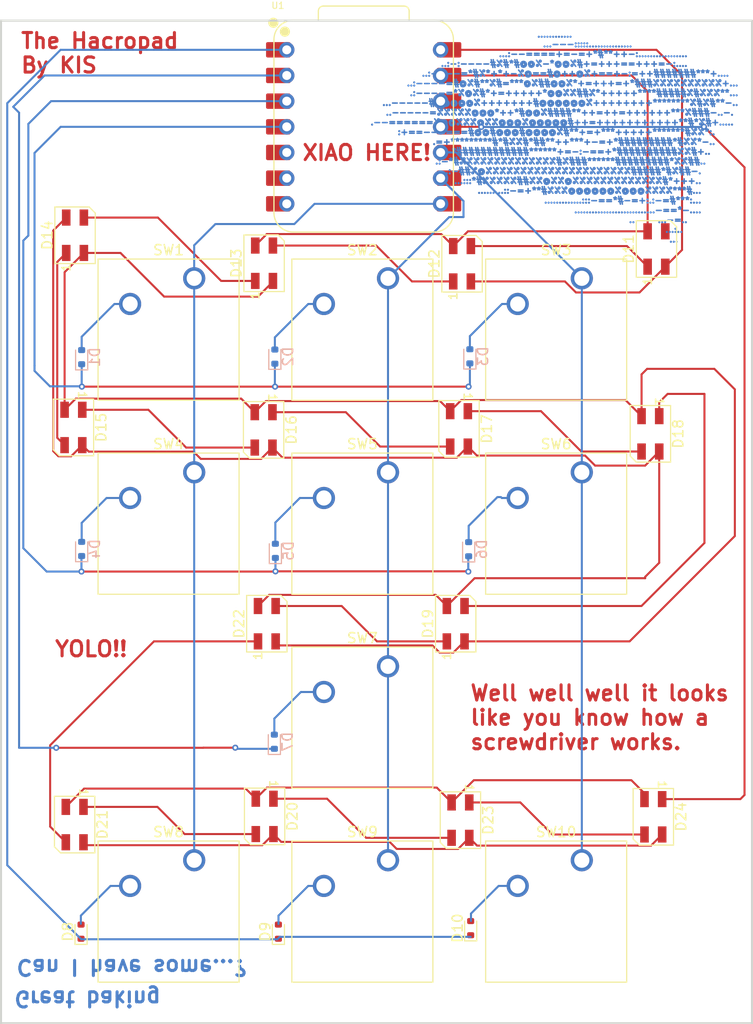
<source format=kicad_pcb>
(kicad_pcb (version 20241229) (generator "pcbnew") (generator_version "9.0")
  (layers (0 "F.Cu" signal) (2 "B.Cu" signal) (13 "F.Paste" user) (15 "B.Paste" user) (5 "F.SilkS" user "F.Silkscreen") (7 "B.SilkS" user "B.Silkscreen") (1 "F.Mask" user) (3 "B.Mask" user) (25 "Edge.Cuts" user))
  (net 0 "")
  (net 1 "Row1")
  (net 2 "Net-(D1-A)")
  (net 3 "Net-(D2-A)")
  (net 4 "Net-(D3-A)")
  (net 5 "Net-(D4-A)")
  (net 6 "Row2")
  (net 7 "Net-(D5-A)")
  (net 8 "Net-(D6-A)")
  (net 9 "Row3")
  (net 10 "Net-(D7-A)")
  (net 11 "Net-(D8-A)")
  (net 12 "Row4")
  (net 13 "Net-(D9-A)")
  (net 14 "Net-(D10-A)")
  (net 15 "col1")
  (net 16 "COL2")
  (net 17 "Col3")
  (net 22 "fIVER")
  (net 23 "Floor")
  (net 25 "Net-(D11-DOUT)")
  (net 26 "Net-(D12-DOUT)")
  (net 27 "Net-(D13-DOUT)")
  (net 28 "Net-(D14-DOUT)")
  (net 29 "Net-(D15-DOUT)")
  (net 30 "Net-(D16-DOUT)")
  (net 31 "Net-(D17-DOUT)")
  (net 32 "Net-(D18-DOUT)")
  (net 33 "Net-(D19-DOUT)")
  (net 34 "Net-(D20-DIN)")
  (net 35 "Net-(D20-DOUT)")
  (net 36 "Net-(D21-DIN)")
  (net 37 "Net-(D23-DOUT)")
  (net 38 "Net-(D24-DOUT)")
  (footprint "LED_SMD:LED_SK6812MINI_PLCC4_3.5x3.5mm_P1.75mm" (layer "F.Cu") (at 137.595 47.59 90)
    (property "Reference" "D13" (at 0 -2.75 90) (layer "F.SilkS"))
    (property "Value" "SK6812MINI")
    (fp_text user "1" (at -3.2 -0.875 90) (layer "F.SilkS") (effects (font (size 0.8 0.8))))
    (pad "1" smd rect (at -1.75 -0.875 90) (size 1.6 0.85) (layers "F.Cu" "F.Mask" "F.Paste") (net 27 "Net-(D13-DOUT)"))
    (pad "2" smd rect (at -1.75 0.875 90) (size 1.6 0.85) (layers "F.Cu" "F.Mask" "F.Paste") (net 22 "fIVER"))
    (pad "3" smd rect (at 1.75 0.875 90) (size 1.6 0.85) (layers "F.Cu" "F.Mask" "F.Paste") (net 26 "Net-(D12-DOUT)"))
    (pad "4" smd rect (at 1.75 -0.875 90) (size 1.6 0.85) (layers "F.Cu" "F.Mask" "F.Paste") (net 23 "Floor"))
  )
  (footprint "Button_Switch_Keyboard:SW_Cherry_MX_1.00u_PCB" (layer "F.Cu") (at 169.07 106.67)
    (property "Reference" "SW10" (at -2.54 -2.794 0) (layer "F.SilkS"))
    (property "Value" "SW_Push")
    (pad "" np_thru_hole circle (at -7.62 5.08) (size 1.7 1.7) (drill 1.7) (layers "*.Cu" "*.Mask"))
    (pad "" np_thru_hole circle (at -2.54 5.08) (size 4 4) (drill 4) (layers "*.Cu" "*.Mask"))
    (pad "" np_thru_hole circle (at 2.54 5.08) (size 1.7 1.7) (drill 1.7) (layers "*.Cu" "*.Mask"))
    (pad "1" thru_hole circle (at 0 0) (size 2.2 2.2) (drill 1.5) (layers "*.Cu" "*.Mask") (net 17 "Col3"))
    (pad "2" thru_hole circle (at -6.35 2.54) (size 2.2 2.2) (drill 1.5) (layers "*.Cu" "*.Mask") (net 14 "Net-(D10-A)"))
  )
  (footprint "Button_Switch_Keyboard:SW_Cherry_MX_1.00u_PCB" (layer "F.Cu") (at 130.67 106.67)
    (property "Reference" "SW8" (at -2.54 -2.794 0) (layer "F.SilkS"))
    (property "Value" "SW_Push")
    (pad "" np_thru_hole circle (at -7.62 5.08) (size 1.7 1.7) (drill 1.7) (layers "*.Cu" "*.Mask"))
    (pad "" np_thru_hole circle (at -2.54 5.08) (size 4 4) (drill 4) (layers "*.Cu" "*.Mask"))
    (pad "" np_thru_hole circle (at 2.54 5.08) (size 1.7 1.7) (drill 1.7) (layers "*.Cu" "*.Mask"))
    (pad "1" thru_hole circle (at 0 0) (size 2.2 2.2) (drill 1.5) (layers "*.Cu" "*.Mask") (net 15 "col1"))
    (pad "2" thru_hole circle (at -6.35 2.54) (size 2.2 2.2) (drill 1.5) (layers "*.Cu" "*.Mask") (net 11 "Net-(D8-A)"))
  )
  (footprint "Button_Switch_Keyboard:SW_Cherry_MX_1.00u_PCB" (layer "F.Cu") (at 169.07 68.28)
    (property "Reference" "SW6" (at -2.54 -2.794 0) (layer "F.SilkS"))
    (property "Value" "SW_Push")
    (pad "" np_thru_hole circle (at -7.62 5.08) (size 1.7 1.7) (drill 1.7) (layers "*.Cu" "*.Mask"))
    (pad "" np_thru_hole circle (at -2.54 5.08) (size 4 4) (drill 4) (layers "*.Cu" "*.Mask"))
    (pad "" np_thru_hole circle (at 2.54 5.08) (size 1.7 1.7) (drill 1.7) (layers "*.Cu" "*.Mask"))
    (pad "1" thru_hole circle (at 0 0) (size 2.2 2.2) (drill 1.5) (layers "*.Cu" "*.Mask") (net 17 "Col3"))
    (pad "2" thru_hole circle (at -6.35 2.54) (size 2.2 2.2) (drill 1.5) (layers "*.Cu" "*.Mask") (net 8 "Net-(D6-A)"))
  )
  (footprint "Diode_SMD:D_SOD-523" (layer "F.Cu") (at 119.46 113.7375 90)
    (property "Reference" "D8" (at 0 -1.3 90) (layer "F.SilkS"))
    (property "Value" "1N4148WT")
    (pad "1" smd roundrect (at -0.7 0 270) (size 0.6 0.7) (layers "F.Cu" "F.Mask" "F.Paste") (net 12 "Row4"))
    (pad "2" smd roundrect (at 0.7 0 270) (size 0.6 0.7) (layers "F.Cu" "F.Mask" "F.Paste") (net 11 "Net-(D8-A)"))
  )
  (footprint "Diode_SMD:D_SOD-523" (layer "F.Cu") (at 158.06 113.39 90)
    (property "Reference" "D10" (at 0 -1.3 90) (layer "F.SilkS"))
    (property "Value" "1N4148WT")
    (pad "1" smd roundrect (at -0.7 0 270) (size 0.6 0.7) (layers "F.Cu" "F.Mask" "F.Paste") (net 12 "Row4"))
    (pad "2" smd roundrect (at 0.7 0 270) (size 0.6 0.7) (layers "F.Cu" "F.Mask" "F.Paste") (net 14 "Net-(D10-A)"))
  )
  (footprint "Button_Switch_Keyboard:SW_Cherry_MX_1.00u_PCB" (layer "F.Cu") (at 130.67 49.08)
    (property "Reference" "SW1" (at -2.54 -2.794 0) (layer "F.SilkS"))
    (property "Value" "SW_Push")
    (pad "" np_thru_hole circle (at -7.62 5.08) (size 1.7 1.7) (drill 1.7) (layers "*.Cu" "*.Mask"))
    (pad "" np_thru_hole circle (at -2.54 5.08) (size 4 4) (drill 4) (layers "*.Cu" "*.Mask"))
    (pad "" np_thru_hole circle (at 2.54 5.08) (size 1.7 1.7) (drill 1.7) (layers "*.Cu" "*.Mask"))
    (pad "1" thru_hole circle (at 0 0) (size 2.2 2.2) (drill 1.5) (layers "*.Cu" "*.Mask") (net 15 "col1"))
    (pad "2" thru_hole circle (at -6.35 2.54) (size 2.2 2.2) (drill 1.5) (layers "*.Cu" "*.Mask") (net 2 "Net-(D1-A)"))
  )
  (footprint "Button_Switch_Keyboard:SW_Cherry_MX_1.00u_PCB" (layer "F.Cu") (at 149.87 106.67)
    (property "Reference" "SW9" (at -2.54 -2.794 0) (layer "F.SilkS"))
    (property "Value" "SW_Push")
    (pad "" np_thru_hole circle (at -7.62 5.08) (size 1.7 1.7) (drill 1.7) (layers "*.Cu" "*.Mask"))
    (pad "" np_thru_hole circle (at -2.54 5.08) (size 4 4) (drill 4) (layers "*.Cu" "*.Mask"))
    (pad "" np_thru_hole circle (at 2.54 5.08) (size 1.7 1.7) (drill 1.7) (layers "*.Cu" "*.Mask"))
    (pad "1" thru_hole circle (at 0 0) (size 2.2 2.2) (drill 1.5) (layers "*.Cu" "*.Mask") (net 16 "COL2"))
    (pad "2" thru_hole circle (at -6.35 2.54) (size 2.2 2.2) (drill 1.5) (layers "*.Cu" "*.Mask") (net 13 "Net-(D9-A)"))
  )
  (footprint "LED_SMD:LED_SK6812MINI_PLCC4_3.5x3.5mm_P1.75mm" (layer "F.Cu") (at 176.465 46.18 90)
    (property "Reference" "D11" (at 0 -2.75 90) (layer "F.SilkS"))
    (property "Value" "SK6812MINI")
    (fp_text user "1" (at -3.2 -0.875 90) (layer "F.SilkS") (effects (font (size 0.8 0.8))))
    (pad "1" smd rect (at -1.75 -0.875 90) (size 1.6 0.85) (layers "F.Cu" "F.Mask" "F.Paste") (net 25 "Net-(D11-DOUT)"))
    (pad "2" smd rect (at -1.75 0.875 90) (size 1.6 0.85) (layers "F.Cu" "F.Mask" "F.Paste") (net 22 "fIVER"))
    (pad "3" smd rect (at 1.75 0.875 90) (size 1.6 0.85) (layers "F.Cu" "F.Mask" "F.Paste"))
    (pad "4" smd rect (at 1.75 -0.875 90) (size 1.6 0.85) (layers "F.Cu" "F.Mask" "F.Paste") (net 23 "Floor"))
  )
  (footprint "LED_SMD:LED_SK6812MINI_PLCC4_3.5x3.5mm_P1.75mm" (layer "F.Cu") (at 156.575 83.26 90)
    (property "Reference" "D19" (at 0 -2.75 90) (layer "F.SilkS"))
    (property "Value" "SK6812MINI")
    (fp_text user "1" (at -3.2 -0.875 90) (layer "F.SilkS") (effects (font (size 0.8 0.8))))
    (pad "1" smd rect (at -1.75 -0.875 90) (size 1.6 0.85) (layers "F.Cu" "F.Mask" "F.Paste") (net 33 "Net-(D19-DOUT)"))
    (pad "2" smd rect (at -1.75 0.875 90) (size 1.6 0.85) (layers "F.Cu" "F.Mask" "F.Paste") (net 22 "fIVER"))
    (pad "3" smd rect (at 1.75 0.875 90) (size 1.6 0.85) (layers "F.Cu" "F.Mask" "F.Paste") (net 32 "Net-(D18-DOUT)"))
    (pad "4" smd rect (at 1.75 -0.875 90) (size 1.6 0.85) (layers "F.Cu" "F.Mask" "F.Paste") (net 23 "Floor"))
  )
  (footprint "LED_SMD:LED_SK6812MINI_PLCC4_3.5x3.5mm_P1.75mm" (layer "F.Cu") (at 118.825 103.14 -90)
    (property "Reference" "D21" (at 0 -2.75 90) (layer "F.SilkS"))
    (property "Value" "SK6812MINI")
    (fp_text user "1" (at -3.2 -0.875 270) (layer "F.SilkS") (effects (font (size 0.8 0.8))))
    (pad "1" smd rect (at -1.75 -0.875 270) (size 1.6 0.85) (layers "F.Cu" "F.Mask" "F.Paste") (net 34 "Net-(D20-DIN)"))
    (pad "2" smd rect (at -1.75 0.875 270) (size 1.6 0.85) (layers "F.Cu" "F.Mask" "F.Paste") (net 22 "fIVER"))
    (pad "3" smd rect (at 1.75 0.875 270) (size 1.6 0.85) (layers "F.Cu" "F.Mask" "F.Paste") (net 36 "Net-(D21-DIN)"))
    (pad "4" smd rect (at 1.75 -0.875 270) (size 1.6 0.85) (layers "F.Cu" "F.Mask" "F.Paste") (net 23 "Floor"))
  )
  (footprint "LED_SMD:LED_SK6812MINI_PLCC4_3.5x3.5mm_P1.75mm" (layer "F.Cu") (at 118.705 63.84 -90)
    (property "Reference" "D15" (at 0 -2.75 90) (layer "F.SilkS"))
    (property "Value" "SK6812MINI")
    (fp_text user "1" (at -3.2 -0.875 270) (layer "F.SilkS") (effects (font (size 0.8 0.8))))
    (pad "1" smd rect (at -1.75 -0.875 270) (size 1.6 0.85) (layers "F.Cu" "F.Mask" "F.Paste") (net 29 "Net-(D15-DOUT)"))
    (pad "2" smd rect (at -1.75 0.875 270) (size 1.6 0.85) (layers "F.Cu" "F.Mask" "F.Paste") (net 22 "fIVER"))
    (pad "3" smd rect (at 1.75 0.875 270) (size 1.6 0.85) (layers "F.Cu" "F.Mask" "F.Paste") (net 28 "Net-(D14-DOUT)"))
    (pad "4" smd rect (at 1.75 -0.875 270) (size 1.6 0.85) (layers "F.Cu" "F.Mask" "F.Paste") (net 23 "Floor"))
  )
  (footprint "LED_SMD:LED_SK6812MINI_PLCC4_3.5x3.5mm_P1.75mm" (layer "F.Cu") (at 157.205 47.64 90)
    (property "Reference" "D12" (at 0 -2.75 90) (layer "F.SilkS"))
    (property "Value" "SK6812MINI")
    (fp_text user "1" (at -3.2 -0.875 90) (layer "F.SilkS") (effects (font (size 0.8 0.8))))
    (pad "1" smd rect (at -1.75 -0.875 90) (size 1.6 0.85) (layers "F.Cu" "F.Mask" "F.Paste") (net 26 "Net-(D12-DOUT)"))
    (pad "2" smd rect (at -1.75 0.875 90) (size 1.6 0.85) (layers "F.Cu" "F.Mask" "F.Paste") (net 22 "fIVER"))
    (pad "3" smd rect (at 1.75 0.875 90) (size 1.6 0.85) (layers "F.Cu" "F.Mask" "F.Paste") (net 25 "Net-(D11-DOUT)"))
    (pad "4" smd rect (at 1.75 -0.875 90) (size 1.6 0.85) (layers "F.Cu" "F.Mask" "F.Paste") (net 23 "Floor"))
  )
  (footprint "Button_Switch_Keyboard:SW_Cherry_MX_1.00u_PCB" (layer "F.Cu") (at 130.67 68.28)
    (property "Reference" "SW4" (at -2.54 -2.794 0) (layer "F.SilkS"))
    (property "Value" "SW_Push")
    (pad "" np_thru_hole circle (at -7.62 5.08) (size 1.7 1.7) (drill 1.7) (layers "*.Cu" "*.Mask"))
    (pad "" np_thru_hole circle (at -2.54 5.08) (size 4 4) (drill 4) (layers "*.Cu" "*.Mask"))
    (pad "" np_thru_hole circle (at 2.54 5.08) (size 1.7 1.7) (drill 1.7) (layers "*.Cu" "*.Mask"))
    (pad "1" thru_hole circle (at 0 0) (size 2.2 2.2) (drill 1.5) (layers "*.Cu" "*.Mask") (net 15 "col1"))
    (pad "2" thru_hole circle (at -6.35 2.54) (size 2.2 2.2) (drill 1.5) (layers "*.Cu" "*.Mask") (net 5 "Net-(D4-A)"))
  )
  (footprint "OPL:XIAO-RP2040-DIP" (layer "F.Cu") (at 147.46 34.0885)
    (property "Reference" "U1" (at -8.5 -12 0) (layer "F.SilkS") (effects (font (size 0.635 0.635) (thickness 0.1016))))
    (property "Value" "XIAO-RP2040-DIP")
    (pad "1" smd roundrect (at -8.455 -7.62 180) (size 2.432 1.524) (layers "F.Cu" "F.Mask") (roundrect_rratio 0.1) (net 12 "Row4"))
    (pad "1" thru_hole circle (at -7.62 -7.62 180) (size 1.524 1.524) (drill 0.889) (layers "*.Cu" "*.Mask") (net 12 "Row4"))
    (pad "2" smd roundrect (at -8.455 -5.08 180) (size 2.432 1.524) (layers "F.Cu" "F.Mask") (roundrect_rratio 0.1) (net 9 "Row3"))
    (pad "2" thru_hole circle (at -7.62 -5.08 180) (size 1.524 1.524) (drill 0.889) (layers "*.Cu" "*.Mask") (net 9 "Row3"))
    (pad "3" smd roundrect (at -8.455 -2.54 180) (size 2.432 1.524) (layers "F.Cu" "F.Mask") (roundrect_rratio 0.1) (net 6 "Row2"))
    (pad "3" thru_hole circle (at -7.62 -2.54 180) (size 1.524 1.524) (drill 0.889) (layers "*.Cu" "*.Mask") (net 6 "Row2"))
    (pad "4" smd roundrect (at -8.455 0 180) (size 2.432 1.524) (layers "F.Cu" "F.Mask") (roundrect_rratio 0.1) (net 1 "Row1"))
    (pad "4" thru_hole circle (at -7.62 0 180) (size 1.524 1.524) (drill 0.889) (layers "*.Cu" "*.Mask") (net 1 "Row1"))
    (pad "5" smd roundrect (at -8.455 2.54 180) (size 2.432 1.524) (layers "F.Cu" "F.Mask") (roundrect_rratio 0.1))
    (pad "5" thru_hole circle (at -7.62 2.54 180) (size 1.524 1.524) (drill 0.889) (layers "*.Cu" "*.Mask"))
    (pad "6" smd roundrect (at -8.455 5.08 180) (size 2.432 1.524) (layers "F.Cu" "F.Mask") (roundrect_rratio 0.1))
    (pad "6" thru_hole circle (at -7.62 5.08 180) (size 1.524 1.524) (drill 0.889) (layers "*.Cu" "*.Mask"))
    (pad "7" smd roundrect (at -8.455 7.62 180) (size 2.432 1.524) (layers "F.Cu" "F.Mask") (roundrect_rratio 0.1))
    (pad "7" thru_hole circle (at -7.62 7.62 180) (size 1.524 1.524) (drill 0.889) (layers "*.Cu" "*.Mask"))
    (pad "8" thru_hole circle (at 7.62 7.62) (size 1.524 1.524) (drill 0.889) (layers "*.Cu" "*.Mask") (net 15 "col1"))
    (pad "8" smd roundrect (at 8.455 7.62) (size 2.432 1.524) (layers "F.Cu" "F.Mask") (roundrect_rratio 0.1) (net 15 "col1"))
    (pad "9" thru_hole circle (at 7.62 5.08) (size 1.524 1.524) (drill 0.889) (layers "*.Cu" "*.Mask") (net 16 "COL2"))
    (pad "9" smd roundrect (at 8.455 5.08) (size 2.432 1.524) (layers "F.Cu" "F.Mask") (roundrect_rratio 0.1) (net 16 "COL2"))
    (pad "10" thru_hole circle (at 7.62 2.54) (size 1.524 1.524) (drill 0.889) (layers "*.Cu" "*.Mask") (net 17 "Col3"))
    (pad "10" smd roundrect (at 8.455 2.54) (size 2.432 1.524) (layers "F.Cu" "F.Mask") (roundrect_rratio 0.1) (net 17 "Col3"))
    (pad "11" thru_hole circle (at 7.62 0) (size 1.524 1.524) (drill 0.889) (layers "*.Cu" "*.Mask") (net 38 "Net-(D24-DOUT)"))
    (pad "11" smd roundrect (at 8.455 0) (size 2.432 1.524) (layers "F.Cu" "F.Mask") (roundrect_rratio 0.1) (net 38 "Net-(D24-DOUT)"))
    (pad "12" thru_hole circle (at 7.62 -2.54) (size 1.524 1.524) (drill 0.889) (layers "*.Cu" "*.Mask"))
    (pad "12" smd roundrect (at 8.455 -2.54) (size 2.432 1.524) (layers "F.Cu" "F.Mask") (roundrect_rratio 0.1))
    (pad "13" thru_hole circle (at 7.62 -5.08) (size 1.524 1.524) (drill 0.889) (layers "*.Cu" "*.Mask") (net 23 "Floor"))
    (pad "13" smd roundrect (at 8.455 -5.08) (size 2.432 1.524) (layers "F.Cu" "F.Mask") (roundrect_rratio 0.1) (net 23 "Floor"))
    (pad "14" thru_hole circle (at 7.62 -7.62) (size 1.524 1.524) (drill 0.889) (layers "*.Cu" "*.Mask") (net 22 "fIVER"))
    (pad "14" smd roundrect (at 8.455 -7.62) (size 2.432 1.524) (layers "F.Cu" "F.Mask") (roundrect_rratio 0.1) (net 22 "fIVER"))
  )
  (footprint "LED_SMD:LED_SK6812MINI_PLCC4_3.5x3.5mm_P1.75mm" (layer "F.Cu") (at 175.865 64.47 -90)
    (property "Reference" "D18" (at 0 -2.75 90) (layer "F.SilkS"))
    (property "Value" "SK6812MINI")
    (fp_text user "1" (at -3.2 -0.875 270) (layer "F.SilkS") (effects (font (size 0.8 0.8))))
    (pad "1" smd rect (at -1.75 -0.875 270) (size 1.6 0.85) (layers "F.Cu" "F.Mask" "F.Paste") (net 32 "Net-(D18-DOUT)"))
    (pad "2" smd rect (at -1.75 0.875 270) (size 1.6 0.85) (layers "F.Cu" "F.Mask" "F.Paste") (net 22 "fIVER"))
    (pad "3" smd rect (at 1.75 0.875 270) (size 1.6 0.85) (layers "F.Cu" "F.Mask" "F.Paste") (net 31 "Net-(D17-DOUT)"))
    (pad "4" smd rect (at 1.75 -0.875 270) (size 1.6 0.85) (layers "F.Cu" "F.Mask" "F.Paste") (net 23 "Floor"))
  )
  (footprint "Button_Switch_Keyboard:SW_Cherry_MX_1.00u_PCB" (layer "F.Cu") (at 149.87 49.08)
    (property "Reference" "SW2" (at -2.54 -2.794 0) (layer "F.SilkS"))
    (property "Value" "SW_Push")
    (pad "" np_thru_hole circle (at -7.62 5.08) (size 1.7 1.7) (drill 1.7) (layers "*.Cu" "*.Mask"))
    (pad "" np_thru_hole circle (at -2.54 5.08) (size 4 4) (drill 4) (layers "*.Cu" "*.Mask"))
    (pad "" np_thru_hole circle (at 2.54 5.08) (size 1.7 1.7) (drill 1.7) (layers "*.Cu" "*.Mask"))
    (pad "1" thru_hole circle (at 0 0) (size 2.2 2.2) (drill 1.5) (layers "*.Cu" "*.Mask") (net 16 "COL2"))
    (pad "2" thru_hole circle (at -6.35 2.54) (size 2.2 2.2) (drill 1.5) (layers "*.Cu" "*.Mask") (net 3 "Net-(D2-A)"))
  )
  (footprint "LED_SMD:LED_SK6812MINI_PLCC4_3.5x3.5mm_P1.75mm" (layer "F.Cu") (at 176.155 102.37 -90)
    (property "Reference" "D24" (at 0 -2.75 90) (layer "F.SilkS"))
    (property "Value" "SK6812MINI")
    (fp_text user "1" (at -3.2 -0.875 270) (layer "F.SilkS") (effects (font (size 0.8 0.8))))
    (pad "1" smd rect (at -1.75 -0.875 270) (size 1.6 0.85) (layers "F.Cu" "F.Mask" "F.Paste") (net 38 "Net-(D24-DOUT)"))
    (pad "2" smd rect (at -1.75 0.875 270) (size 1.6 0.85) (layers "F.Cu" "F.Mask" "F.Paste") (net 22 "fIVER"))
    (pad "3" smd rect (at 1.75 0.875 270) (size 1.6 0.85) (layers "F.Cu" "F.Mask" "F.Paste") (net 37 "Net-(D23-DOUT)"))
    (pad "4" smd rect (at 1.75 -0.875 270) (size 1.6 0.85) (layers "F.Cu" "F.Mask" "F.Paste") (net 23 "Floor"))
  )
  (footprint "Diode_SMD:D_SOD-523" (layer "F.Cu") (at 139.01 113.7375 90)
    (property "Reference" "D9" (at 0 -1.3 90) (layer "F.SilkS"))
    (property "Value" "1N4148WT")
    (pad "1" smd roundrect (at -0.7 0 270) (size 0.6 0.7) (layers "F.Cu" "F.Mask" "F.Paste") (net 12 "Row4"))
    (pad "2" smd roundrect (at 0.7 0 270) (size 0.6 0.7) (layers "F.Cu" "F.Mask" "F.Paste") (net 13 "Net-(D9-A)"))
  )
  (footprint "Button_Switch_Keyboard:SW_Cherry_MX_1.00u_PCB" (layer "F.Cu") (at 169.07 49.08)
    (property "Reference" "SW3" (at -2.54 -2.794 0) (layer "F.SilkS"))
    (property "Value" "SW_Push")
    (pad "" np_thru_hole circle (at -7.62 5.08) (size 1.7 1.7) (drill 1.7) (layers "*.Cu" "*.Mask"))
    (pad "" np_thru_hole circle (at -2.54 5.08) (size 4 4) (drill 4) (layers "*.Cu" "*.Mask"))
    (pad "" np_thru_hole circle (at 2.54 5.08) (size 1.7 1.7) (drill 1.7) (layers "*.Cu" "*.Mask"))
    (pad "1" thru_hole circle (at 0 0) (size 2.2 2.2) (drill 1.5) (layers "*.Cu" "*.Mask") (net 17 "Col3"))
    (pad "2" thru_hole circle (at -6.35 2.54) (size 2.2 2.2) (drill 1.5) (layers "*.Cu" "*.Mask") (net 4 "Net-(D3-A)"))
  )
  (footprint "Button_Switch_Keyboard:SW_Cherry_MX_1.00u_PCB" (layer "F.Cu") (at 149.87 68.28)
    (property "Reference" "SW5" (at -2.54 -2.794 0) (layer "F.SilkS"))
    (property "Value" "SW_Push")
    (pad "" np_thru_hole circle (at -7.62 5.08) (size 1.7 1.7) (drill 1.7) (layers "*.Cu" "*.Mask"))
    (pad "" np_thru_hole circle (at -2.54 5.08) (size 4 4) (drill 4) (layers "*.Cu" "*.Mask"))
    (pad "" np_thru_hole circle (at 2.54 5.08) (size 1.7 1.7) (drill 1.7) (layers "*.Cu" "*.Mask"))
    (pad "1" thru_hole circle (at 0 0) (size 2.2 2.2) (drill 1.5) (layers "*.Cu" "*.Mask") (net 16 "COL2"))
    (pad "2" thru_hole circle (at -6.35 2.54) (size 2.2 2.2) (drill 1.5) (layers "*.Cu" "*.Mask") (net 7 "Net-(D5-A)"))
  )
  (footprint "LED_SMD:LED_SK6812MINI_PLCC4_3.5x3.5mm_P1.75mm" (layer "F.Cu") (at 137.645 102.33 -90)
    (property "Reference" "D20" (at 0 -2.75 90) (layer "F.SilkS"))
    (property "Value" "SK6812MINI")
    (fp_text user "1" (at -3.2 -0.875 270) (layer "F.SilkS") (effects (font (size 0.8 0.8))))
    (pad "1" smd rect (at -1.75 -0.875 270) (size 1.6 0.85) (layers "F.Cu" "F.Mask" "F.Paste") (net 35 "Net-(D20-DOUT)"))
    (pad "2" smd rect (at -1.75 0.875 270) (size 1.6 0.85) (layers "F.Cu" "F.Mask" "F.Paste") (net 22 "fIVER"))
    (pad "3" smd rect (at 1.75 0.875 270) (size 1.6 0.85) (layers "F.Cu" "F.Mask" "F.Paste") (net 34 "Net-(D20-DIN)"))
    (pad "4" smd rect (at 1.75 -0.875 270) (size 1.6 0.85) (layers "F.Cu" "F.Mask" "F.Paste") (net 23 "Floor"))
  )
  (footprint "LED_SMD:LED_SK6812MINI_PLCC4_3.5x3.5mm_P1.75mm" (layer "F.Cu") (at 137.865 83.26 90)
    (property "Reference" "D22" (at 0 -2.75 90) (layer "F.SilkS"))
    (property "Value" "SK6812MINI")
    (fp_text user "1" (at -3.2 -0.875 90) (layer "F.SilkS") (effects (font (size 0.8 0.8))))
    (pad "1" smd rect (at -1.75 -0.875 90) (size 1.6 0.85) (layers "F.Cu" "F.Mask" "F.Paste") (net 36 "Net-(D21-DIN)"))
    (pad "2" smd rect (at -1.75 0.875 90) (size 1.6 0.85) (layers "F.Cu" "F.Mask" "F.Paste") (net 22 "fIVER"))
    (pad "3" smd rect (at 1.75 0.875 90) (size 1.6 0.85) (layers "F.Cu" "F.Mask" "F.Paste") (net 33 "Net-(D19-DOUT)"))
    (pad "4" smd rect (at 1.75 -0.875 90) (size 1.6 0.85) (layers "F.Cu" "F.Mask" "F.Paste") (net 23 "Floor"))
  )
  (footprint "LED_SMD:LED_SK6812MINI_PLCC4_3.5x3.5mm_P1.75mm" (layer "F.Cu") (at 156.905 63.98 -90)
    (property "Reference" "D17" (at 0 -2.75 90) (layer "F.SilkS"))
    (property "Value" "SK6812MINI")
    (fp_text user "1" (at -3.2 -0.875 270) (layer "F.SilkS") (effects (font (size 0.8 0.8))))
    (pad "1" smd rect (at -1.75 -0.875 270) (size 1.6 0.85) (layers "F.Cu" "F.Mask" "F.Paste") (net 31 "Net-(D17-DOUT)"))
    (pad "2" smd rect (at -1.75 0.875 270) (size 1.6 0.85) (layers "F.Cu" "F.Mask" "F.Paste") (net 22 "fIVER"))
    (pad "3" smd rect (at 1.75 0.875 270) (size 1.6 0.85) (layers "F.Cu" "F.Mask" "F.Paste") (net 30 "Net-(D16-DOUT)"))
    (pad "4" smd rect (at 1.75 -0.875 270) (size 1.6 0.85) (layers "F.Cu" "F.Mask" "F.Paste") (net 23 "Floor"))
  )
  (footprint "LED_SMD:LED_SK6812MINI_PLCC4_3.5x3.5mm_P1.75mm" (layer "F.Cu") (at 137.545 64.08 -90)
    (property "Reference" "D16" (at 0 -2.75 90) (layer "F.SilkS"))
    (property "Value" "SK6812MINI")
    (fp_text user "1" (at -3.2 -0.875 270) (layer "F.SilkS") (effects (font (size 0.8 0.8))))
    (pad "1" smd rect (at -1.75 -0.875 270) (size 1.6 0.85) (layers "F.Cu" "F.Mask" "F.Paste") (net 30 "Net-(D16-DOUT)"))
    (pad "2" smd rect (at -1.75 0.875 270) (size 1.6 0.85) (layers "F.Cu" "F.Mask" "F.Paste") (net 22 "fIVER"))
    (pad "3" smd rect (at 1.75 0.875 270) (size 1.6 0.85) (layers "F.Cu" "F.Mask" "F.Paste") (net 29 "Net-(D15-DOUT)"))
    (pad "4" smd rect (at 1.75 -0.875 270) (size 1.6 0.85) (layers "F.Cu" "F.Mask" "F.Paste") (net 23 "Floor"))
  )
  (footprint "LED_SMD:LED_SK6812MINI_PLCC4_3.5x3.5mm_P1.75mm" (layer "F.Cu") (at 118.865 44.82 90)
    (property "Reference" "D14" (at 0 -2.75 90) (layer "F.SilkS"))
    (property "Value" "SK6812MINI")
    (fp_text user "1" (at -3.2 -0.875 90) (layer "F.SilkS") (effects (font (size 0.8 0.8))))
    (pad "1" smd rect (at -1.75 -0.875 90) (size 1.6 0.85) (layers "F.Cu" "F.Mask" "F.Paste") (net 28 "Net-(D14-DOUT)"))
    (pad "2" smd rect (at -1.75 0.875 90) (size 1.6 0.85) (layers "F.Cu" "F.Mask" "F.Paste") (net 22 "fIVER"))
    (pad "3" smd rect (at 1.75 0.875 90) (size 1.6 0.85) (layers "F.Cu" "F.Mask" "F.Paste") (net 27 "Net-(D13-DOUT)"))
    (pad "4" smd rect (at 1.75 -0.875 90) (size 1.6 0.85) (layers "F.Cu" "F.Mask" "F.Paste") (net 23 "Floor"))
  )
  (footprint "LED_SMD:LED_SK6812MINI_PLCC4_3.5x3.5mm_P1.75mm" (layer "F.Cu") (at 157.045 102.7 -90)
    (property "Reference" "D23" (at 0 -2.75 90) (layer "F.SilkS"))
    (property "Value" "SK6812MINI")
    (fp_text user "1" (at -3.2 -0.875 270) (layer "F.SilkS") (effects (font (size 0.8 0.8))))
    (pad "1" smd rect (at -1.75 -0.875 270) (size 1.6 0.85) (layers "F.Cu" "F.Mask" "F.Paste") (net 37 "Net-(D23-DOUT)"))
    (pad "2" smd rect (at -1.75 0.875 270) (size 1.6 0.85) (layers "F.Cu" "F.Mask" "F.Paste") (net 22 "fIVER"))
    (pad "3" smd rect (at 1.75 0.875 270) (size 1.6 0.85) (layers "F.Cu" "F.Mask" "F.Paste") (net 35 "Net-(D20-DOUT)"))
    (pad "4" smd rect (at 1.75 -0.875 270) (size 1.6 0.85) (layers "F.Cu" "F.Mask" "F.Paste") (net 23 "Floor"))
  )
  (footprint "Button_Switch_Keyboard:SW_Cherry_MX_1.00u_PCB" (layer "F.Cu") (at 149.87 87.48)
    (property "Reference" "SW7" (at -2.54 -2.794 0) (layer "F.SilkS"))
    (property "Value" "SW_Push")
    (pad "" np_thru_hole circle (at -7.62 5.08) (size 1.7 1.7) (drill 1.7) (layers "*.Cu" "*.Mask"))
    (pad "" np_thru_hole circle (at -2.54 5.08) (size 4 4) (drill 4) (layers "*.Cu" "*.Mask"))
    (pad "" np_thru_hole circle (at 2.54 5.08) (size 1.7 1.7) (drill 1.7) (layers "*.Cu" "*.Mask"))
    (pad "1" thru_hole circle (at 0 0) (size 2.2 2.2) (drill 1.5) (layers "*.Cu" "*.Mask") (net 16 "COL2"))
    (pad "2" thru_hole circle (at -6.35 2.54) (size 2.2 2.2) (drill 1.5) (layers "*.Cu" "*.Mask") (net 10 "Net-(D7-A)"))
  )
  (footprint "Diode_SMD:D_SOD-523" (layer "B.Cu") (at 138.71 76.0525 90)
    (property "Reference" "D5" (at 0 1.3 90) (layer "B.SilkS") (effects (justify mirror)))
    (property "Value" "1N4148WT")
    (pad "1" smd roundrect (at -0.7 0 270) (size 0.6 0.7) (layers "B.Cu" "B.Mask" "B.Paste") (net 6 "Row2"))
    (pad "2" smd roundrect (at 0.7 0 270) (size 0.6 0.7) (layers "B.Cu" "B.Mask" "B.Paste") (net 7 "Net-(D5-A)"))
  )
  (footprint "Diode_SMD:D_SOD-523" (layer "B.Cu") (at 119.52 56.8825 90)
    (property "Reference" "D1" (at 0 1.3 90) (layer "B.SilkS") (effects (justify mirror)))
    (property "Value" "1N4148WT")
    (pad "1" smd roundrect (at -0.7 0 270) (size 0.6 0.7) (layers "B.Cu" "B.Mask" "B.Paste") (net 1 "Row1"))
    (pad "2" smd roundrect (at 0.7 0 270) (size 0.6 0.7) (layers "B.Cu" "B.Mask" "B.Paste") (net 2 "Net-(D1-A)"))
  )
  (footprint "Diode_SMD:D_SOD-523" (layer "B.Cu") (at 138.61 94.94 90)
    (property "Reference" "D7" (at 0 1.3 90) (layer "B.SilkS") (effects (justify mirror)))
    (property "Value" "1N4148WT")
    (pad "1" smd roundrect (at -0.7 0 270) (size 0.6 0.7) (layers "B.Cu" "B.Mask" "B.Paste") (net 9 "Row3"))
    (pad "2" smd roundrect (at 0.7 0 270) (size 0.6 0.7) (layers "B.Cu" "B.Mask" "B.Paste") (net 10 "Net-(D7-A)"))
  )
  (footprint "Diode_SMD:D_SOD-523" (layer "B.Cu") (at 138.66 56.83 90)
    (property "Reference" "D2" (at 0 1.3 90) (layer "B.SilkS") (effects (justify mirror)))
    (property "Value" "1N4148WT")
    (pad "1" smd roundrect (at -0.7 0 270) (size 0.6 0.7) (layers "B.Cu" "B.Mask" "B.Paste") (net 1 "Row1"))
    (pad "2" smd roundrect (at 0.7 0 270) (size 0.6 0.7) (layers "B.Cu" "B.Mask" "B.Paste") (net 3 "Net-(D2-A)"))
  )
  (footprint "Diode_SMD:D_SOD-523" (layer "B.Cu") (at 157.86 75.89 90)
    (property "Reference" "D6" (at 0 1.3 90) (layer "B.SilkS") (effects (justify mirror)))
    (property "Value" "1N4148WT")
    (pad "1" smd roundrect (at -0.7 0 270) (size 0.6 0.7) (layers "B.Cu" "B.Mask" "B.Paste") (net 6 "Row2"))
    (pad "2" smd roundrect (at 0.7 0 270) (size 0.6 0.7) (layers "B.Cu" "B.Mask" "B.Paste") (net 8 "Net-(D6-A)"))
  )
  (footprint "Diode_SMD:D_SOD-523" (layer "B.Cu") (at 157.98 56.8 90)
    (property "Reference" "D3" (at 0 1.3 90) (layer "B.SilkS") (effects (justify mirror)))
    (property "Value" "1N4148WT")
    (pad "1" smd roundrect (at -0.7 0 270) (size 0.6 0.7) (layers "B.Cu" "B.Mask" "B.Paste") (net 1 "Row1"))
    (pad "2" smd roundrect (at 0.7 0 270) (size 0.6 0.7) (layers "B.Cu" "B.Mask" "B.Paste") (net 4 "Net-(D3-A)"))
  )
  (footprint "Diode_SMD:D_SOD-523" (layer "B.Cu") (at 119.52 75.8625 90)
    (property "Reference" "D4" (at 0 1.3 90) (layer "B.SilkS") (effects (justify mirror)))
    (property "Value" "1N4148WT")
    (pad "1" smd roundrect (at -0.7 0 270) (size 0.6 0.7) (layers "B.Cu" "B.Mask" "B.Paste") (net 6 "Row2"))
    (pad "2" smd roundrect (at 0.7 0 270) (size 0.6 0.7) (layers "B.Cu" "B.Mask" "B.Paste") (net 5 "Net-(D4-A)"))
  )
  (gr_rect (start 111.53 23.58) (end 185.93 122.8) (stroke (width 0.2)) (fill no) (layer "Edge.Cuts"))
  (gr_text "Well well well it looks\nlike you know how a\nscrewdriver works." (at 157.89 95.84 0) (layer "F.Cu") (effects (font (size 1.5 1.5) (thickness 0.3) (bold yes)) (justify left bottom)))
  (gr_text "XIAO HERE!" (at 141.25 37.53 0) (layer "F.Cu") (effects (font (size 1.5 1.5) (thickness 0.3) (bold yes)) (justify left bottom)))
  (gr_text "YOLO!!" (at 116.74 86.64 0) (layer "F.Cu") (effects (font (size 1.5 1.5) (thickness 0.3) (bold yes)) (justify left bottom)))
  (gr_text "The Hacropad\nBy KIS" (at 113.37 28.87 0) (layer "F.Cu") (effects (font (size 1.5 1.5) (thickness 0.3) (bold yes)) (justify left bottom)))
  (gr_text "Can I have some...?" (at 112.91 116.38 180) (layer "B.Cu") (effects (font (size 1.5 1.5) (thickness 0.3) (bold yes)) (justify left bottom mirror)))
  (gr_text "Great baking" (at 112.69 119.49 180) (layer "B.Cu") (effects (font (size 1.5 1.5) (thickness 0.3) (bold yes)) (justify left bottom mirror)))
  (gr_text "                                                         \n                                                         \n                                    ............         \n                       ...............:::::---...        \n           .................:-++**#*+=-=+====--:...      \n           ....:-=+++==+++=+#%@@*-%@@#*#%#----:-:..      \n  ....+***#######++=:-+==+%@++@#==@%-+*+*%#*=----:..     \n...+%%%%%%%%%%###*+=+++=+*%@@##%@***=#%**#%@#=----:..    \n...**%%%#%#####****+++++*%##%%@@*+++++=+*#%@%*=----:.    \n..-**#%#%********++++++++%@@@@@@#+++++++%@@@@@#-----...  \n .-..-###%***++++++=++=++**####%@@#*++*@@@%%%%%=-----..  \n .....+#%*#**+++++++++++=++#@@@@@%@@@%%@%%%@@%======--.  \n     .:*%%#*******+++++***+=+**#%@@@@#@@@#@@#====--==+:  \n     ..-*%%#*#########*+=-+***++**##*#%%#*#*********+=.  \n      ..+#%%##########*+==-:-=+******############*-:...  \n       ..##%%*#########******###%#%%%%%%%%%%%%%%#*-:.    \n        .-##%#*#####%%%%%%%%%%%%%%%%%%%%%@%##-:....      \n        ..+++*#%%%%%%%%%%%%%@%%@%%##%%%%%#*:::...        \n        ...#***%%%%@@@%@@@@@@%%%#**+=-::.........        \n        ...:***#=-:.:+=-#*==-:::.............            \n        ....-*==-............................            \n           ..=-...     ..                                \n            ..:...                                       \n             ...                                         " (at 184.65 45.57 0) (layer "B.Cu") (effects (font (size 0.6 0.6)) (justify left bottom mirror)))
  (segment (start 138.68 59.8) (end 157.85 59.8) (width 0.2) (layer "F.Cu") (net 1))
  (segment (start 138.7 59.8) (end 138.71 59.79) (width 0.2) (layer "F.Cu") (net 1))
  (segment (start 119.54 59.8) (end 138.68 59.8) (width 0.2) (layer "F.Cu") (net 1))
  (segment (start 138.68 59.8) (end 138.7 59.8) (width 0.2) (layer "F.Cu") (net 1))
  (via (at 119.54 59.8) (size 0.6) (drill 0.3) (layers "F.Cu" "B.Cu") (net 1))
  (via (at 138.68 59.8) (size 0.6) (drill 0.3) (layers "F.Cu" "B.Cu") (net 1))
  (via (at 157.85 59.8) (size 0.6) (drill 0.3) (layers "F.Cu" "B.Cu") (net 1))
  (segment (start 138.66 59.78) (end 138.68 59.8) (width 0.2) (layer "B.Cu") (net 1))
  (segment (start 138.66 57.53) (end 138.66 59.78) (width 0.2) (layer "B.Cu") (net 1))
  (segment (start 117.4415 34.0885) (end 115.96 35.57) (width 0.2) (layer "B.Cu") (net 1))
  (segment (start 114.85 36.68) (end 114.85 57.72) (width 0.2) (layer "B.Cu") (net 1))
  (segment (start 115.22 58.61) (end 116.38 59.77) (width 0.2) (layer "B.Cu") (net 1))
  (segment (start 119.52 57.5825) (end 119.52 59.78) (width 0.2) (layer "B.Cu") (net 1))
  (segment (start 157.98 57.5) (end 157.98 59.67) (width 0.2) (layer "B.Cu") (net 1))
  (segment (start 114.85 58.24) (end 115.22 58.61) (width 0.2) (layer "B.Cu") (net 1))
  (segment (start 119.51 59.77) (end 119.54 59.8) (width 0.2) (layer "B.Cu") (net 1))
  (segment (start 119.52 59.78) (end 119.54 59.8) (width 0.2) (layer "B.Cu") (net 1))
  (segment (start 114.85 57.72) (end 114.85 58.24) (width 0.2) (layer "B.Cu") (net 1))
  (segment (start 115.96 35.57) (end 114.85 36.68) (width 0.2) (layer "B.Cu") (net 1))
  (segment (start 139.84 34.0885) (end 117.4415 34.0885) (width 0.2) (layer "B.Cu") (net 1))
  (segment (start 116.41 59.77) (end 119.51 59.77) (width 0.2) (layer "B.Cu") (net 1))
  (segment (start 157.98 59.67) (end 157.85 59.8) (width 0.2) (layer "B.Cu") (net 1))
  (segment (start 116.38 59.77) (end 116.41 59.77) (width 0.2) (layer "B.Cu") (net 1))
  (segment (start 122.764366 51.62) (end 119.52 54.864366) (width 0.2) (layer "B.Cu") (net 2))
  (segment (start 124.32 51.62) (end 122.764366 51.62) (width 0.2) (layer "B.Cu") (net 2))
  (segment (start 119.52 54.864366) (end 119.52 56.1825) (width 0.2) (layer "B.Cu") (net 2))
  (segment (start 143.52 51.62) (end 141.964366 51.62) (width 0.2) (layer "B.Cu") (net 3))
  (segment (start 141.964366 51.62) (end 138.66 54.924366) (width 0.2) (layer "B.Cu") (net 3))
  (segment (start 138.66 54.924366) (end 138.66 56.13) (width 0.2) (layer "B.Cu") (net 3))
  (segment (start 157.98 54.804366) (end 157.98 56.1) (width 0.2) (layer "B.Cu") (net 4))
  (segment (start 162.72 51.62) (end 161.164366 51.62) (width 0.2) (layer "B.Cu") (net 4))
  (segment (start 161.164366 51.62) (end 157.98 54.804366) (width 0.2) (layer "B.Cu") (net 4))
  (segment (start 119.52 75.1625) (end 119.52 73.29) (width 0.2) (layer "B.Cu") (net 5))
  (segment (start 121.99 70.82) (end 124.32 70.82) (width 0.2) (layer "B.Cu") (net 5))
  (segment (start 119.52 73.29) (end 121.99 70.82) (width 0.2) (layer "B.Cu") (net 5))
  (segment (start 119.5 78.1) (end 138.7 78.1) (width 0.2) (layer "F.Cu") (net 6))
  (segment (start 157.825 78.105) (end 157.89 78.17) (width 0.2) (layer "F.Cu") (net 6))
  (segment (start 138.72 78.08) (end 157.8 78.08) (width 0.2) (layer "F.Cu") (net 6))
  (segment (start 157.8 78.08) (end 157.825 78.105) (width 0.2) (layer "F.Cu") (net 6))
  (segment (start 138.7 78.1) (end 138.72 78.08) (width 0.2) (layer "F.Cu") (net 6))
  (via (at 119.5 78.1) (size 0.6) (drill 0.3) (layers "F.Cu" "B.Cu") (net 6))
  (via (at 138.72 78.08) (size 0.6) (drill 0.3) (layers "F.Cu" "B.Cu") (net 6))
  (via (at 157.825 78.105) (size 0.6) (drill 0.3) (layers "F.Cu" "B.Cu") (net 6))
  (segment (start 138.72 76.7625) (end 138.71 76.7525) (width 0.2) (layer "B.Cu") (net 6))
  (segment (start 157.825 76.625) (end 157.86 76.59) (width 0.2) (layer "B.Cu") (net 6))
  (segment (start 114.24 33.8) (end 114.24 44.85) (width 0.2) (layer "B.Cu") (net 6))
  (segment (start 157.825 78.105) (end 157.825 76.625) (width 0.2) (layer "B.Cu") (net 6))
  (segment (start 114.07 45.02) (end 113.74 45.35) (width 0.2) (layer "B.Cu") (net 6))
  (segment (start 139.84 31.5485) (end 116.4915 31.5485) (width 0.2) (layer "B.Cu") (net 6))
  (segment (start 138.72 78.08) (end 138.72 76.7625) (width 0.2) (layer "B.Cu") (net 6))
  (segment (start 119.5 76.5825) (end 119.52 76.5625) (width 0.2) (layer "B.Cu") (net 6))
  (segment (start 116.4915 31.5485) (end 114.24 33.8) (width 0.2) (layer "B.Cu") (net 6))
  (segment (start 119.5 78.1) (end 119.5 76.5825) (width 0.2) (layer "B.Cu") (net 6))
  (segment (start 113.74 45.35) (end 113.74 75.79) (width 0.2) (layer "B.Cu") (net 6))
  (segment (start 116.05 78.1) (end 119.5 78.1) (width 0.2) (layer "B.Cu") (net 6))
  (segment (start 114.24 44.85) (end 114.07 45.02) (width 0.2) (layer "B.Cu") (net 6))
  (segment (start 113.74 75.79) (end 116.05 78.1) (width 0.2) (layer "B.Cu") (net 6))
  (segment (start 138.71 75.3525) (end 138.71 73.25) (width 0.2) (layer "B.Cu") (net 7))
  (segment (start 141.14 70.82) (end 143.52 70.82) (width 0.2) (layer "B.Cu") (net 7))
  (segment (start 138.71 73.25) (end 141.14 70.82) (width 0.2) (layer "B.Cu") (net 7))
  (segment (start 161.14 70.82) (end 162.72 70.82) (width 0.2) (layer "B.Cu") (net 8))
  (segment (start 160.71 70.73) (end 161.05 70.73) (width 0.2) (layer "B.Cu") (net 8))
  (segment (start 157.86 73.58) (end 160.71 70.73) (width 0.2) (layer "B.Cu") (net 8))
  (segment (start 161.05 70.73) (end 161.14 70.82) (width 0.2) (layer "B.Cu") (net 8))
  (segment (start 157.86 75.19) (end 157.86 73.58) (width 0.2) (layer "B.Cu") (net 8))
  (segment (start 117 95.54) (end 131.57 95.54) (width 0.2) (layer "F.Cu") (net 9))
  (segment (start 131.58 95.53) (end 134.74 95.53) (width 0.2) (layer "F.Cu") (net 9))
  (segment (start 131.57 95.54) (end 131.58 95.53) (width 0.2) (layer "F.Cu") (net 9))
  (via (at 134.74 95.53) (size 0.6) (drill 0.3) (layers "F.Cu" "B.Cu") (net 9))
  (via (at 117 95.54) (size 0.6) (drill 0.3) (layers "F.Cu" "B.Cu") (net 9))
  (segment (start 112.74 32.11) (end 113.32 32.69) (width 0.2) (layer "B.Cu") (net 9))
  (segment (start 134.85 95.64) (end 138.61 95.64) (width 0.2) (layer "B.Cu") (net 9))
  (segment (start 115.8415 29.0085) (end 112.74 32.11) (width 0.2) (layer "B.Cu") (net 9))
  (segment (start 139.84 29.0085) (end 115.8415 29.0085) (width 0.2) (layer "B.Cu") (net 9))
  (segment (start 134.74 95.53) (end 134.85 95.64) (width 0.2) (layer "B.Cu") (net 9))
  (segment (start 113.32 32.69) (end 113.32 95.54) (width 0.2) (layer "B.Cu") (net 9))
  (segment (start 113.32 95.54) (end 117 95.54) (width 0.2) (layer "B.Cu") (net 9))
  (segment (start 138.61 92.65) (end 141.24 90.02) (width 0.2) (layer "B.Cu") (net 10))
  (segment (start 141.24 90.02) (end 143.52 90.02) (width 0.2) (layer "B.Cu") (net 10))
  (segment (start 138.61 94.24) (end 138.61 92.65) (width 0.2) (layer "B.Cu") (net 10))
  (segment (start 124.32 109.21) (end 122.38 109.21) (width 0.2) (layer "B.Cu") (net 11))
  (segment (start 122.38 109.21) (end 122.35 109.24) (width 0.2) (layer "B.Cu") (net 11))
  (segment (start 119.44 112.15) (end 119.44 112.96) (width 0.2) (layer "B.Cu") (net 11))
  (segment (start 124.32 109.21) (end 123.44 109.21) (width 0.2) (layer "B.Cu") (net 11))
  (segment (start 122.35 109.24) (end 119.44 112.15) (width 0.2) (layer "B.Cu") (net 11))
  (segment (start 112.15 31.75) (end 112.15 107.16) (width 0.2) (layer "B.Cu") (net 12))
  (segment (start 138.9 114.49) (end 139.05 114.34) (width 0.2) (layer "B.Cu") (net 12))
  (segment (start 139.14 114.25) (end 158.06 114.25) (width 0.2) (layer "B.Cu") (net 12))
  (segment (start 119.48 114.49) (end 138.9 114.49) (width 0.2) (layer "B.Cu") (net 12))
  (segment (start 117.4315 26.4685) (end 112.15 31.75) (width 0.2) (layer "B.Cu") (net 12))
  (segment (start 139.05 114.34) (end 139.14 114.25) (width 0.2) (layer "B.Cu") (net 12))
  (segment (start 139.84 26.4685) (end 117.4315 26.4685) (width 0.2) (layer "B.Cu") (net 12))
  (segment (start 112.15 107.16) (end 119.48 114.49) (width 0.2) (layer "B.Cu") (net 12))
  (segment (start 141.964366 109.21) (end 139.02 112.154366) (width 0.2) (layer "B.Cu") (net 13))
  (segment (start 139.02 112.154366) (end 139.02 112.98) (width 0.2) (layer "B.Cu") (net 13))
  (segment (start 143.52 109.21) (end 141.964366 109.21) (width 0.2) (layer "B.Cu") (net 13))
  (segment (start 160.62 109.42) (end 158.09 111.95) (width 0.2) (layer "B.Cu") (net 14))
  (segment (start 160.83 109.21) (end 160.62 109.42) (width 0.2) (layer "B.Cu") (net 14))
  (segment (start 158.09 111.95) (end 158.09 112.68) (width 0.2) (layer "B.Cu") (net 14))
  (segment (start 162.72 109.21) (end 160.83 109.21) (width 0.2) (layer "B.Cu") (net 14))
  (segment (start 130.67 49.08) (end 130.67 68.28) (width 0.2) (layer "B.Cu") (net 15))
  (segment (start 155.08 41.7085) (end 142.5915 41.7085) (width 0.2) (layer "B.Cu") (net 15))
  (segment (start 132.77 43.71) (end 130.67 45.81) (width 0.2) (layer "B.Cu") (net 15))
  (segment (start 140.59 43.71) (end 132.77 43.71) (width 0.2) (layer "B.Cu") (net 15))
  (segment (start 130.67 68.28) (end 130.67 106.67) (width 0.2) (layer "B.Cu") (net 15))
  (segment (start 142.5915 41.7085) (end 140.59 43.71) (width 0.2) (layer "B.Cu") (net 15))
  (segment (start 130.67 45.81) (end 130.67 49.08) (width 0.2) (layer "B.Cu") (net 15))
  (segment (start 155.08 39.1685) (end 157.35 41.4385) (width 0.2) (layer "B.Cu") (net 16))
  (segment (start 157.35 41.4385) (end 157.35 43.02) (width 0.2) (layer "B.Cu") (net 16))
  (segment (start 157.35 43.02) (end 155.93 43.02) (width 0.2) (layer "B.Cu") (net 16))
  (segment (start 149.87 87.48) (end 149.87 106.67) (width 0.2) (layer "B.Cu") (net 16))
  (segment (start 149.87 49.08) (end 149.87 68.28) (width 0.2) (layer "B.Cu") (net 16))
  (segment (start 155.93 43.02) (end 149.87 49.08) (width 0.2) (layer "B.Cu") (net 16))
  (segment (start 149.87 68.28) (end 149.87 87.48) (width 0.2) (layer "B.Cu") (net 16))
  (segment (start 155.08 36.6285) (end 156.6185 36.6285) (width 0.2) (layer "B.Cu") (net 17))
  (segment (start 156.6185 36.6285) (end 169.07 49.08) (width 0.2) (layer "B.Cu") (net 17))
  (segment (start 169.07 49.08) (end 169.07 68.28) (width 0.2) (layer "B.Cu") (net 17))
  (segment (start 169.07 68.28) (end 169.07 106.67) (width 0.2) (layer "B.Cu") (net 17))
  (segment (start 117.83 48.48) (end 119.74 46.57) (width 0.2) (layer "F.Cu") (net 22))
  (segment (start 154.699 99.479) (end 137.871 99.479) (width 0.2) (layer "F.Cu") (net 22))
  (segment (start 154.974 86.111) (end 156.349 86.111) (width 0.2) (layer "F.Cu") (net 22))
  (segment (start 168.489686 50.481) (end 174.789 50.481) (width 0.2) (layer "F.Cu") (net 22))
  (segment (start 175.28 100.05) (end 173.98 98.75) (width 0.2) (layer "F.Cu") (net 22))
  (segment (start 184.23 60.07) (end 182.2 58.04) (width 0.2) (layer "F.Cu") (net 22))
  (segment (start 157.45 85.01) (end 173.8071 85.01) (width 0.2) (layer "F.Cu") (net 22))
  (segment (start 174.99 62.72) (end 173.399 61.129) (width 0.2) (layer "F.Cu") (net 22))
  (segment (start 174.789 50.481) (end 177.34 47.93) (width 0.2) (layer "F.Cu") (net 22))
  (segment (start 119.76 99.58) (end 117.95 101.39) (width 0.2) (layer "F.Cu") (net 22))
  (segment (start 136.77 100.58) (end 135.77 99.58) (width 0.2) (layer "F.Cu") (net 22))
  (segment (start 167.398686 49.39) (end 168.489686 50.481) (width 0.2) (layer "F.Cu") (net 22))
  (segment (start 137.871 99.479) (end 136.77 100.58) (width 0.2) (layer "F.Cu") (net 22))
  (segment (start 179 46.27) (end 179 29) (width 0.2) (layer "F.Cu") (net 22))
  (segment (start 154.274 85.411) (end 154.974 86.111) (width 0.2) (layer "F.Cu") (net 22))
  (segment (start 173.399 61.129) (end 157.131 61.129) (width 0.2) (layer "F.Cu") (net 22))
  (segment (start 136.67 62.33) (end 135.329 60.989) (width 0.2) (layer "F.Cu") (net 22))
  (segment (start 182.2 58.04) (end 175.54 58.04) (width 0.2) (layer "F.Cu") (net 22))
  (segment (start 158.37 98.75) (end 156.17 100.95) (width 0.2) (layer "F.Cu") (net 22))
  (segment (start 157.131 61.129) (end 156.03 62.23) (width 0.2) (layer "F.Cu") (net 22))
  (segment (start 173.8071 85.01) (end 184.23 74.5871) (width 0.2) (layer "F.Cu") (net 22))
  (segment (start 156.349 86.111) (end 157.45 85.01) (width 0.2) (layer "F.Cu") (net 22))
  (segment (start 175.28 100.62) (end 175.28 100.05) (width 0.2) (layer "F.Cu") (net 22))
  (segment (start 118.931 60.989) (end 117.83 62.09) (width 0.2) (layer "F.Cu") (net 22))
  (segment (start 173.98 98.75) (end 158.37 98.75) (width 0.2) (layer "F.Cu") (net 22))
  (segment (start 175.54 58.04) (end 174.99 58.59) (width 0.2) (layer "F.Cu") (net 22))
  (segment (start 156.03 62.23) (end 155.029 61.229) (width 0.2) (layer "F.Cu") (net 22))
  (segment (start 137.771 61.229) (end 136.67 62.33) (width 0.2) (layer "F.Cu") (net 22))
  (segment (start 184.23 74.5871) (end 184.23 60.07) (width 0.2) (layer "F.Cu") (net 22))
  (segment (start 139.141 85.411) (end 154.274 85.411) (width 0.2) (layer "F.Cu") (net 22))
  (segment (start 177.34 47.93) (end 179 46.27) (width 0.2) (layer "F.Cu") (net 22))
  (segment (start 138.74 85.01) (end 139.141 85.411) (width 0.2) (layer "F.Cu") (net 22))
  (segment (start 156.17 100.95) (end 154.699 99.479) (width 0.2) (layer "F.Cu") (net 22))
  (segment (start 136.997 50.89) (end 138.47 49.417) (width 0.2) (layer "F.Cu") (net 22))
  (segment (start 135.329 60.989) (end 118.931 60.989) (width 0.2) (layer "F.Cu") (net 22))
  (segment (start 158.08 49.39) (end 167.398686 49.39) (width 0.2) (layer "F.Cu") (net 22))
  (segment (start 135.77 99.58) (end 119.76 99.58) (width 0.2) (layer "F.Cu") (net 22))
  (segment (start 138.47 49.417) (end 138.47 49.34) (width 0.2) (layer "F.Cu") (net 22))
  (segment (start 123.37 46.57) (end 127.69 50.89) (width 0.2) (layer "F.Cu") (net 22))
  (segment (start 155.029 61.229) (end 137.771 61.229) (width 0.2) (layer "F.Cu") (net 22))
  (segment (start 174.99 58.59) (end 174.99 62.72) (width 0.2) (layer "F.Cu") (net 22))
  (segment (start 127.69 50.89) (end 136.997 50.89) (width 0.2) (layer "F.Cu") (net 22))
  (segment (start 119.74 46.57) (end 123.37 46.57) (width 0.2) (layer "F.Cu") (net 22))
  (segment (start 117.83 62.09) (end 117.83 48.48) (width 0.2) (layer "F.Cu") (net 22))
  (segment (start 179 29) (end 176.4685 26.4685) (width 0.2) (layer "F.Cu") (net 22))
  (segment (start 176.4685 26.4685) (end 155.915 26.4685) (width 0.2) (layer "F.Cu") (net 22))
  (segment (start 170.385657 67.614343) (end 169.392314 66.621) (width 0.2) (layer "F.Cu") (net 23))
  (segment (start 169.392314 66.621) (end 158.671 66.621) (width 0.2) (layer "F.Cu") (net 23))
  (segment (start 156.33 45.89) (end 157.79 44.43) (width 0.2) (layer "F.Cu") (net 23))
  (segment (start 175.35 78.62) (end 176.74 77.23) (width 0.2) (layer "F.Cu") (net 23))
  (segment (start 116.703 66.183) (end 116.703 44.357) (width 0.2) (layer "F.Cu") (net 23))
  (segment (start 155.14 44.7) (end 156.33 45.89) (width 0.2) (layer "F.Cu") (net 23))
  (segment (start 139.421 66.831) (end 138.42 65.83) (width 0.2) (layer "F.Cu") (net 23))
  (segment (start 137.3 66.95) (end 131.321314 66.95) (width 0.2) (layer "F.Cu") (net 23))
  (segment (start 154.599 80.409) (end 155.7 81.51) (width 0.2) (layer "F.Cu") (net 23))
  (segment (start 176.74 77.23) (end 176.74 66.22) (width 0.2) (layer "F.Cu") (net 23))
  (segment (start 150.032314 104.851) (end 139.291 104.851) (width 0.2) (layer "F.Cu") (net 23))
  (segment (start 175.59 44.43) (end 175.59 30.59) (width 0.2) (layer "F.Cu") (net 23))
  (segment (start 130.602314 66.231) (end 120.221 66.231) (width 0.2) (layer "F.Cu") (net 23))
  (segment (start 157.92 104.45) (end 156.819 105.551) (width 0.2) (layer "F.Cu") (net 23))
  (segment (start 118.479 66.691) (end 117.211 66.691) (width 0.2) (layer "F.Cu") (net 23))
  (segment (start 157.78 65.73) (end 156.679 66.831) (width 0.2) (layer "F.Cu") (net 23))
  (segment (start 138.52 104.08) (end 137.419 105.181) (width 0.2) (layer "F.Cu") (net 23))
  (segment (start 136.99 81.51) (end 138.091 80.409) (width 0.2) (layer "F.Cu") (net 23))
  (segment (start 177.03 104.12) (end 175.929 105.221) (width 0.2) (layer "F.Cu") (net 23))
  (segment (start 139.291 104.851) (end 138.52 104.08) (width 0.2) (layer "F.Cu") (net 23))
  (segment (start 156.679 66.831) (end 139.421 66.831) (width 0.2) (layer "F.Cu") (net 23))
  (segment (start 119.58 65.59) (end 118.479 66.691) (width 0.2) (layer "F.Cu") (net 23))
  (segment (start 155.7 81.51) (end 158.45 78.76) (width 0.2) (layer "F.Cu") (net 23))
  (segment (start 158.691 105.221) (end 157.92 104.45) (width 0.2) (layer "F.Cu") (net 23))
  (segment (start 158.671 66.621) (end 157.78 65.73) (width 0.2) (layer "F.Cu") (net 23))
  (segment (start 117.211 66.691) (end 116.703 66.183) (width 0.2) (layer "F.Cu") (net 23))
  (segment (start 174 29) (end 173.9915 29.0085) (width 0.2) (layer "F.Cu") (net 23))
  (segment (start 175.59 30.59) (end 174 29) (width 0.2) (layer "F.Cu") (net 23))
  (segment (start 175.35 78.76) (end 175.35 78.62) (width 0.2) (layer "F.Cu") (net 23))
  (segment (start 119.991 105.181) (end 119.7 104.89) (width 0.2) (layer "F.Cu") (net 23))
  (segment (start 157.79 44.43) (end 175.59 44.43) (width 0.2) (layer "F.Cu") (net 23))
  (segment (start 158.45 78.76) (end 175.35 78.76) (width 0.2) (layer "F.Cu") (net 23))
  (segment (start 176.74 66.22) (end 175.345657 67.614343) (width 0.2) (layer "F.Cu") (net 23))
  (segment (start 173.9915 29.0085) (end 155.915 29.0085) (width 0.2) (layer "F.Cu") (net 23))
  (segment (start 138.42 65.83) (end 137.3 66.95) (width 0.2) (layer "F.Cu") (net 23))
  (segment (start 137.419 105.181) (end 119.991 105.181) (width 0.2) (layer "F.Cu") (net 23))
  (segment (start 137.86 44.7) (end 155.14 44.7) (width 0.2) (layer "F.Cu") (net 23))
  (segment (start 138.091 80.409) (end 154.599 80.409) (width 0.2) (layer "F.Cu") (net 23))
  (segment (start 175.929 105.221) (end 158.691 105.221) (width 0.2) (layer "F.Cu") (net 23))
  (segment (start 136.72 45.84) (end 137.86 44.7) (width 0.2) (layer "F.Cu") (net 23))
  (segment (start 156.819 105.551) (end 150.732314 105.551) (width 0.2) (layer "F.Cu") (net 23))
  (segment (start 131.321314 66.95) (end 130.602314 66.231) (width 0.2) (layer "F.Cu") (net 23))
  (segment (start 175.345657 67.614343) (end 170.385657 67.614343) (width 0.2) (layer "F.Cu") (net 23))
  (segment (start 120.221 66.231) (end 119.58 65.59) (width 0.2) (layer "F.Cu") (net 23))
  (segment (start 116.703 44.357) (end 117.99 43.07) (width 0.2) (layer "F.Cu") (net 23))
  (segment (start 150.732314 105.551) (end 150.032314 104.851) (width 0.2) (layer "F.Cu") (net 23))
  (segment (start 173.55 45.89) (end 175.59 47.93) (width 0.2) (layer "F.Cu") (net 25))
  (segment (start 158.08 45.89) (end 173.55 45.89) (width 0.2) (layer "F.Cu") (net 25))
  (segment (start 152.25 49.39) (end 156.33 49.39) (width 0.2) (layer "F.Cu") (net 26))
  (segment (start 138.47 45.84) (end 148.7 45.84) (width 0.2) (layer "F.Cu") (net 26))
  (segment (start 148.7 45.84) (end 152.25 49.39) (width 0.2) (layer "F.Cu") (net 26))
  (segment (start 119.74 43.07) (end 127.07 43.07) (width 0.2) (layer "F.Cu") (net 27))
  (segment (start 133.34 49.34) (end 136.72 49.34) (width 0.2) (layer "F.Cu") (net 27))
  (segment (start 127.07 43.07) (end 133.34 49.34) (width 0.2) (layer "F.Cu") (net 27))
  (segment (start 117.104 47.456) (end 117.99 46.57) (width 0.2) (layer "F.Cu") (net 28))
  (segment (start 117.104 64.864) (end 117.104 47.456) (width 0.2) (layer "F.Cu") (net 28))
  (segment (start 117.83 65.59) (end 117.104 64.864) (width 0.2) (layer "F.Cu") (net 28))
  (segment (start 129.87 65.83) (end 126.13 62.09) (width 0.2) (layer "F.Cu") (net 29))
  (segment (start 126.13 62.09) (end 119.58 62.09) (width 0.2) (layer "F.Cu") (net 29))
  (segment (start 136.67 65.83) (end 129.87 65.83) (width 0.2) (layer "F.Cu") (net 29))
  (segment (start 156.03 65.73) (end 149.09 65.73) (width 0.2) (layer "F.Cu") (net 30))
  (segment (start 149.09 65.73) (end 145.69 62.33) (width 0.2) (layer "F.Cu") (net 30))
  (segment (start 145.69 62.33) (end 138.42 62.33) (width 0.2) (layer "F.Cu") (net 30))
  (segment (start 165.03 62.23) (end 157.78 62.23) (width 0.2) (layer "F.Cu") (net 31))
  (segment (start 169.02 66.22) (end 165.03 62.23) (width 0.2) (layer "F.Cu") (net 31))
  (segment (start 174.99 66.22) (end 169.02 66.22) (width 0.2) (layer "F.Cu") (net 31))
  (segment (start 174.98 81.51) (end 181.22 75.27) (width 0.2) (layer "F.Cu") (net 32))
  (segment (start 176.74 61.35) (end 176.74 62.72) (width 0.2) (layer "F.Cu") (net 32))
  (segment (start 157.45 81.51) (end 174.98 81.51) (width 0.2) (layer "F.Cu") (net 32))
  (segment (start 181.22 60.52) (end 177.57 60.52) (width 0.2) (layer "F.Cu") (net 32))
  (segment (start 177.57 60.52) (end 176.74 61.35) (width 0.2) (layer "F.Cu") (net 32))
  (segment (start 181.22 75.27) (end 181.22 60.52) (width 0.2) (layer "F.Cu") (net 32))
  (segment (start 138.74 81.51) (end 145.28 81.51) (width 0.2) (layer "F.Cu") (net 33))
  (segment (start 145.28 81.51) (end 148.78 85.01) (width 0.2) (layer "F.Cu") (net 33))
  (segment (start 148.78 85.01) (end 155.7 85.01) (width 0.2) (layer "F.Cu") (net 33))
  (segment (start 129.72 104.08) (end 127.03 101.39) (width 0.2) (layer "F.Cu") (net 34))
  (segment (start 136.77 104.08) (end 129.72 104.08) (width 0.2) (layer "F.Cu") (net 34))
  (segment (start 127.03 101.39) (end 119.7 101.39) (width 0.2) (layer "F.Cu") (net 34))
  (segment (start 147.7 104.45) (end 143.83 100.58) (width 0.2) (layer "F.Cu") (net 35))
  (segment (start 156.17 104.45) (end 147.7 104.45) (width 0.2) (layer "F.Cu") (net 35))
  (segment (start 143.83 100.58) (end 138.52 100.58) (width 0.2) (layer "F.Cu") (net 35))
  (segment (start 117.95 104.89) (end 116.399 103.339) (width 0.2) (layer "F.Cu") (net 36))
  (segment (start 116.399 95.291057) (end 126.680057 85.01) (width 0.2) (layer "F.Cu") (net 36))
  (segment (start 126.680057 85.01) (end 136.99 85.01) (width 0.2) (layer "F.Cu") (net 36))
  (segment (start 116.399 103.339) (end 116.399 95.291057) (width 0.2) (layer "F.Cu") (net 36))
  (segment (start 162.98 100.95) (end 157.92 100.95) (width 0.2) (layer "F.Cu") (net 37))
  (segment (start 166.15 104.12) (end 162.98 100.95) (width 0.2) (layer "F.Cu") (net 37))
  (segment (start 175.28 104.12) (end 166.15 104.12) (width 0.2) (layer "F.Cu") (net 37))
  (segment (start 181.17 34.08) (end 185.19 38.1) (width 0.2) (layer "F.Cu") (net 38))
  (segment (start 159.0885 34.0885) (end 159.105 34.105) (width 0.2) (layer "F.Cu") (net 38))
  (segment (start 159.105 34.105) (end 159.12 34.12) (width 0.2) (layer "F.Cu") (net 38))
  (segment (start 155.08 34.0885) (end 159.0885 34.0885) (width 0.2) (layer "F.Cu") (net 38))
  (segment (start 184.78 100.62) (end 177.03 100.62) (width 0.2) (layer "F.Cu") (net 38))
  (segment (start 185.19 100.21) (end 184.78 100.62) (width 0.2) (layer "F.Cu") (net 38))
  (segment (start 185.19 38.1) (end 185.19 100.21) (width 0.2) (layer "F.Cu") (net 38))
  (via (at 159.105 34.105) (size 0.6) (drill 0.3) (layers "F.Cu" "B.Cu") (net 38))
  (via (at 181.17 34.08) (size 0.6) (drill 0.3) (layers "F.Cu" "B.Cu") (net 38))
  (segment (start 159.105 34.105) (end 181.145 34.105) (width 0.2) (layer "B.Cu") (net 38))
  (segment (start 181.145 34.105) (end 181.17 34.08) (width 0.2) (layer "B.Cu") (net 38))
)
</source>
